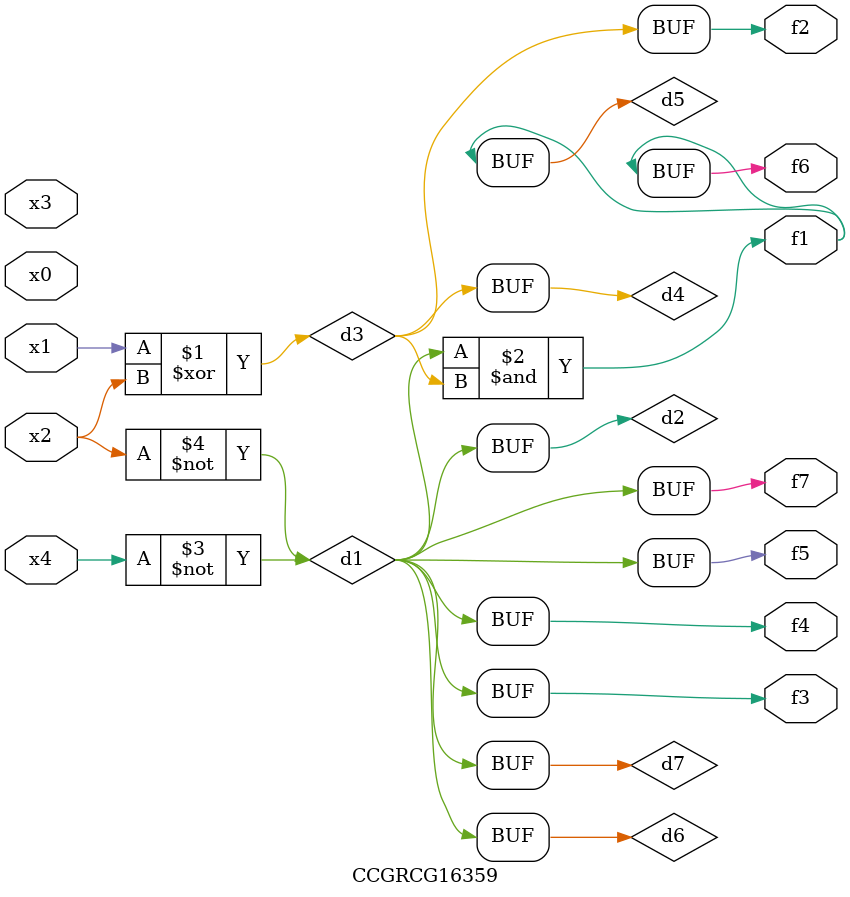
<source format=v>
module CCGRCG16359(
	input x0, x1, x2, x3, x4,
	output f1, f2, f3, f4, f5, f6, f7
);

	wire d1, d2, d3, d4, d5, d6, d7;

	not (d1, x4);
	not (d2, x2);
	xor (d3, x1, x2);
	buf (d4, d3);
	and (d5, d1, d3);
	buf (d6, d1, d2);
	buf (d7, d2);
	assign f1 = d5;
	assign f2 = d4;
	assign f3 = d7;
	assign f4 = d7;
	assign f5 = d7;
	assign f6 = d5;
	assign f7 = d7;
endmodule

</source>
